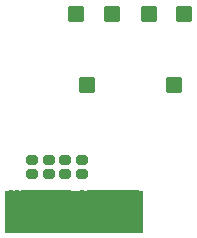
<source format=gts>
%TF.GenerationSoftware,KiCad,Pcbnew,9.0.3*%
%TF.CreationDate,2025-08-12T01:09:53+03:00*%
%TF.ProjectId,Battery,42617474-6572-4792-9e6b-696361645f70,rev?*%
%TF.SameCoordinates,Original*%
%TF.FileFunction,Soldermask,Top*%
%TF.FilePolarity,Negative*%
%FSLAX46Y46*%
G04 Gerber Fmt 4.6, Leading zero omitted, Abs format (unit mm)*
G04 Created by KiCad (PCBNEW 9.0.3) date 2025-08-12 01:09:53*
%MOMM*%
%LPD*%
G01*
G04 APERTURE LIST*
G04 Aperture macros list*
%AMRoundRect*
0 Rectangle with rounded corners*
0 $1 Rounding radius*
0 $2 $3 $4 $5 $6 $7 $8 $9 X,Y pos of 4 corners*
0 Add a 4 corners polygon primitive as box body*
4,1,4,$2,$3,$4,$5,$6,$7,$8,$9,$2,$3,0*
0 Add four circle primitives for the rounded corners*
1,1,$1+$1,$2,$3*
1,1,$1+$1,$4,$5*
1,1,$1+$1,$6,$7*
1,1,$1+$1,$8,$9*
0 Add four rect primitives between the rounded corners*
20,1,$1+$1,$2,$3,$4,$5,0*
20,1,$1+$1,$4,$5,$6,$7,0*
20,1,$1+$1,$6,$7,$8,$9,0*
20,1,$1+$1,$8,$9,$2,$3,0*%
G04 Aperture macros list end*
%ADD10C,0.100000*%
%ADD11RoundRect,0.200000X-0.300000X0.200000X-0.300000X-0.200000X0.300000X-0.200000X0.300000X0.200000X0*%
%ADD12RoundRect,0.200000X0.300000X-0.200000X0.300000X0.200000X-0.300000X0.200000X-0.300000X-0.200000X0*%
%ADD13RoundRect,0.175000X0.525000X0.525000X-0.525000X0.525000X-0.525000X-0.525000X0.525000X-0.525000X0*%
%ADD14RoundRect,0.175000X0.525000X-0.525000X0.525000X0.525000X-0.525000X0.525000X-0.525000X-0.525000X0*%
%ADD15R,0.400000X3.200000*%
%ADD16R,4.260000X3.200000*%
%ADD17R,4.400000X3.200000*%
G04 APERTURE END LIST*
D10*
%TO.C,FPC_Power1*%
X145560000Y-93465000D02*
X133980000Y-93465000D01*
X133980000Y-89975000D01*
X145560000Y-89975000D01*
X145560000Y-93465000D01*
G36*
X145560000Y-93465000D02*
G01*
X133980000Y-93465000D01*
X133980000Y-89975000D01*
X145560000Y-89975000D01*
X145560000Y-93465000D01*
G37*
%TD*%
D11*
%TO.C,C1*%
X137720000Y-87400000D03*
X137720000Y-88600000D03*
%TD*%
D12*
%TO.C,F1*%
X136250000Y-88600000D03*
X136250000Y-87400000D03*
%TD*%
%TO.C,R1*%
X140480000Y-88600000D03*
X140480000Y-87400000D03*
%TD*%
D13*
%TO.C,Connector_Battery1*%
X149130000Y-75000000D03*
X148250000Y-81000000D03*
X146120000Y-75000000D03*
D14*
X142980000Y-75000000D03*
D13*
X140880000Y-81000000D03*
X139970000Y-75000000D03*
%TD*%
D11*
%TO.C,C2*%
X139020000Y-87400000D03*
X139020000Y-88600000D03*
%TD*%
D15*
%TO.C,FPC_Power1*%
X134470000Y-91520000D03*
X134970000Y-91520000D03*
D16*
X137400000Y-91520000D03*
D15*
X140470000Y-91520000D03*
D17*
X143070000Y-91520000D03*
%TD*%
M02*

</source>
